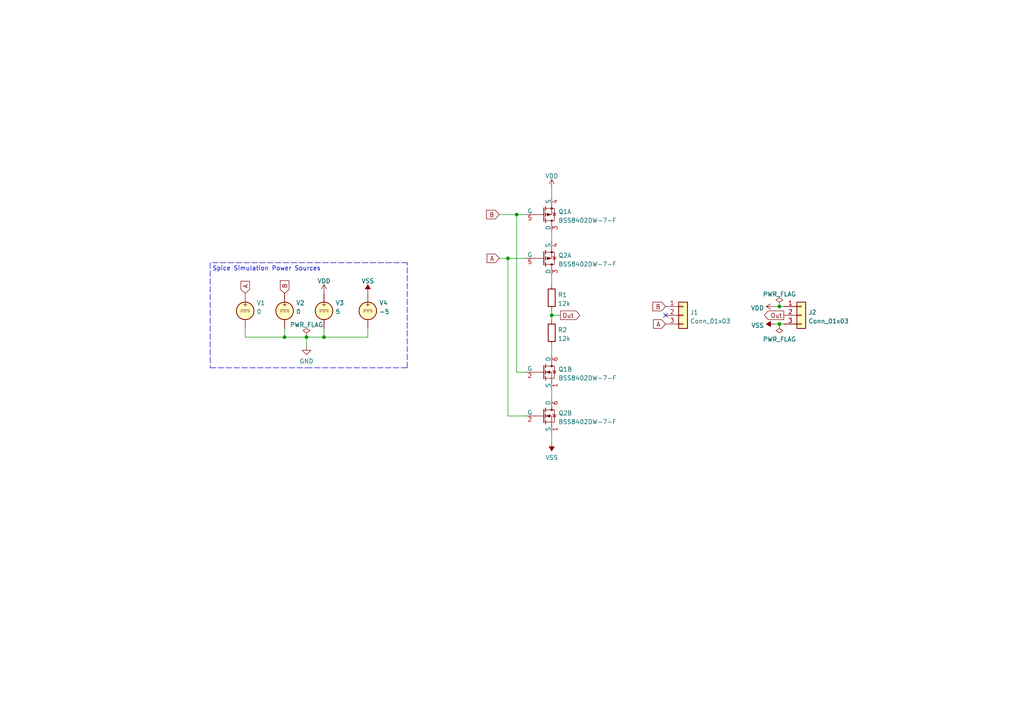
<source format=kicad_sch>
(kicad_sch (version 20211123) (generator eeschema)
  (paper "A4")
  (title_block (title "Balanced Ternary Not Any Gate") (date "2022-08-04") (rev "0"))
  (lib_symbols
    (symbol "Connector_Generic:Conn_01x03" (pin_names (offset 1.016) hide)
      (property "Reference" "J" (at 0 5.08 0))
      (property "Value" "Conn_01x03" (at 0 -5.08 0))
      (symbol "Conn_01x03_1_1"
        (rectangle (start -1.27 -2.413) (end 0 -2.667) (stroke (width 0.1524)))
        (rectangle (start -1.27 0.127) (end 0 -0.127) (stroke (width 0.1524)))
        (rectangle (start -1.27 2.667) (end 0 2.413) (stroke (width 0.1524)))
        (rectangle (start -1.27 3.81) (end 1.27 -3.81) (stroke (width 0.254)) (fill (type background)))
        (pin passive line (at -5.08 2.54 0) (length 3.81) (name "Pin_1") (number "1"))
        (pin passive line (at -5.08 0 0) (length 3.81) (name "Pin_2") (number "2"))
        (pin passive line (at -5.08 -2.54 0) (length 3.81) (name "Pin_3") (number "3"))
      )
    )
    (symbol "Device:R" (pin_numbers hide) (pin_names (offset 0))
      (property "Reference" "R" (at 2.032 0 90))
      (property "Value" "R" (at 0 0 90))
      (symbol "R_0_1"
        (rectangle (start -1.016 -2.54) (end 1.016 2.54) (stroke (width 0.254)))
      )
      (symbol "R_1_1"
        (pin passive line (at 0 3.81 270) (length 1.27) (name "~") (number "1"))
        (pin passive line (at 0 -3.81 90) (length 1.27) (name "~") (number "2"))
      )
    )
    (symbol "Simulation_SPICE:VDC" (pin_numbers hide) (pin_names (offset 0.0254))
      (property "Reference" "V" (at 2.54 2.54 0))
      (property "Value" "VDC" (at 2.54 0 0))
      (property "Spice_Model" "dc(1)" (at 2.54 -2.54 0))
      (symbol "VDC_0_0"
        (polyline (pts (xy -1.27 0.254) (xy 1.27 0.254)))
        (polyline (pts (xy -0.762 -0.254) (xy -1.27 -0.254)))
        (polyline (pts (xy 0.254 -0.254) (xy -0.254 -0.254)))
        (polyline (pts (xy 1.27 -0.254) (xy 0.762 -0.254)))
        (text "+" (at 0 1.905 0) (effects (font (size 1.27 1.27))))
      )
      (symbol "VDC_0_1"
        (circle (center 0 0) (radius 2.54) (stroke (width 0.254)) (fill (type background)))
      )
      (symbol "VDC_1_1"
        (pin passive line (at 0 5.08 270) (length 2.54) (name "~") (number "1"))
        (pin passive line (at 0 -5.08 90) (length 2.54) (name "~") (number "2"))
      )
    )
    (symbol "Tritium:BSS8402DW-7-F" (pin_names (offset 0))
      (property "Reference" "Q" (at 2.54 1.27 0))
      (property "Value" "BSS8402DW-7-F" (at 2.54 -1.27 0))
      (symbol "BSS8402DW-7-F_0_1"
        (polyline (pts (xy -2.286 -1.905) (xy -2.286 1.905)) (stroke (width 0.254)))
        (polyline (pts (xy -2.286 0) (xy -5.08 0)))
        (polyline (pts (xy -1.778 -2.286) (xy -1.778 -1.27)) (stroke (width 0.254)))
        (polyline (pts (xy -1.778 -0.508) (xy -1.778 0.508)) (stroke (width 0.254)))
        (polyline (pts (xy -1.778 1.27) (xy -1.778 2.286)) (stroke (width 0.254)))
        (polyline (pts (xy 0 2.54) (xy 0 1.778)))
        (polyline (pts (xy -1.778 -1.778) (xy 0.762 -1.778) (xy 0.762 1.778) (xy -1.778 1.778)))
        (polyline (pts (xy 0.254 0.508) (xy 0.381 0.381) (xy 1.143 0.381) (xy 1.27 0.254)))
        (polyline (pts (xy 0.762 0.381) (xy 0.381 -0.254) (xy 1.143 -0.254) (xy 0.762 0.381)))
        (circle (center 0 1.778) (radius 0.254) (fill (type outline)))
      )
      (symbol "BSS8402DW-7-F_1_1"
        (circle (center 0 -1.778) (radius 0.254) (fill (type outline)))
        (polyline (pts (xy 0 -2.54) (xy 0 -1.778)))
        (polyline (pts (xy 0 2.54) (xy 0 0) (xy -1.778 0)))
        (polyline (pts (xy -0.254 0) (xy -1.27 -0.381) (xy -1.27 0.381) (xy -0.254 0)) (fill (type outline)))
        (pin passive line (at 0 -5.08 90) (length 2.54) (name "D") (number "3"))
        (pin passive line (at 0 5.08 270) (length 2.54) (name "S") (number "4"))
        (pin input line (at -7.62 0 0) (length 2.54) (name "G") (number "5"))
      )
      (symbol "BSS8402DW-7-F_2_1"
        (polyline (pts (xy 0 -2.54) (xy 0 0) (xy -1.778 0)))
        (polyline (pts (xy -1.524 0) (xy -0.508 0.381) (xy -0.508 -0.381) (xy -1.524 0)) (fill (type outline)))
        (pin passive line (at 0 -5.08 90) (length 2.54) (name "S") (number "1"))
        (pin input line (at -7.62 0 0) (length 2.54) (name "G") (number "2"))
        (pin passive line (at 0 5.08 270) (length 2.54) (name "D") (number "6"))
      )
    )
    (symbol "power:GND" (power) (pin_names (offset 0))
      (property "Value" "GND" (at 0 -3.81 0))
      (symbol "GND_0_1"
        (polyline (pts (xy 0 0) (xy 0 -1.27) (xy 1.27 -1.27) (xy 0 -2.54) (xy -1.27 -1.27) (xy 0 -1.27)))
      )
      (symbol "GND_1_1"
        (pin power_in line (at 0 0 270) (length 0) hide (name "GND") (number "1"))
      )
    )
    (symbol "power:PWR_FLAG" (power) (pin_numbers hide) (pin_names (offset 0) hide)
      (property "Value" "PWR_FLAG" (at 0 3.81 0))
      (symbol "PWR_FLAG_0_0"
        (pin power_out line (at 0 0 90) (length 0) (name "pwr") (number "1"))
      )
      (symbol "PWR_FLAG_0_1"
        (polyline (pts (xy 0 0) (xy 0 1.27) (xy -1.016 1.905) (xy 0 2.54) (xy 1.016 1.905) (xy 0 1.27)))
      )
    )
    (symbol "power:VDD" (power) (pin_names (offset 0))
      (property "Value" "VDD" (at 0 3.81 0))
      (symbol "VDD_0_1"
        (polyline (pts (xy -0.762 1.27) (xy 0 2.54)))
        (polyline (pts (xy 0 0) (xy 0 2.54)))
        (polyline (pts (xy 0 2.54) (xy 0.762 1.27)))
      )
      (symbol "VDD_1_1"
        (pin power_in line (at 0 0 90) (length 0) hide (name "VDD") (number "1"))
      )
    )
    (symbol "power:VSS" (power) (pin_names (offset 0))
      (property "Value" "VSS" (at 0 3.81 0))
      (symbol "VSS_0_1"
        (polyline (pts (xy 0 0) (xy 0 2.54)))
        (polyline (pts (xy 0.762 1.27) (xy -0.762 1.27) (xy 0 2.54) (xy 0.762 1.27)) (fill (type outline)))
      )
      (symbol "VSS_1_1"
        (pin power_in line (at 0 0 90) (length 0) hide (name "VSS") (number "1"))
      )
    )
  )
  (junction (at 147.32 74.93))
  (junction (at 226.06 93.98))
  (junction (at 160.02 91.44))
  (junction (at 93.98 97.79))
  (junction (at 88.9 97.79))
  (junction (at 226.06 88.9))
  (junction (at 82.55 97.79))
  (junction (at 149.86 62.23))
  (no_connect (at 193.04 91.44))
  (polyline (pts (xy 88.9 106.68) (xy 118.11 106.68)))
  (wire (pts (xy 152.4 74.93) (xy 147.32 74.93)))
  (polyline (pts (xy 118.11 76.2) (xy 60.96 76.2)))
  (wire (pts (xy 71.12 97.79) (xy 82.55 97.79)))
  (wire (pts (xy 149.86 62.23) (xy 149.86 107.95)))
  (wire (pts (xy 160.02 90.17) (xy 160.02 91.44)))
  (wire (pts (xy 149.86 107.95) (xy 152.4 107.95)))
  (wire (pts (xy 88.9 97.79) (xy 88.9 100.33)))
  (polyline (pts (xy 60.96 106.68) (xy 88.9 106.68)))
  (wire (pts (xy 152.4 62.23) (xy 149.86 62.23)))
  (wire (pts (xy 144.78 62.23) (xy 149.86 62.23)))
  (wire (pts (xy 224.79 93.98) (xy 226.06 93.98)))
  (polyline (pts (xy 118.11 106.68) (xy 118.11 76.2)))
  (wire (pts (xy 226.06 93.98) (xy 227.33 93.98)))
  (wire (pts (xy 82.55 95.25) (xy 82.55 97.79)))
  (wire (pts (xy 160.02 91.44) (xy 162.56 91.44)))
  (wire (pts (xy 147.32 74.93) (xy 147.32 120.65)))
  (wire (pts (xy 88.9 97.79) (xy 93.98 97.79)))
  (wire (pts (xy 93.98 97.79) (xy 106.68 97.79)))
  (wire (pts (xy 224.79 88.9) (xy 226.06 88.9)))
  (wire (pts (xy 160.02 125.73) (xy 160.02 128.27)))
  (wire (pts (xy 106.68 97.79) (xy 106.68 95.25)))
  (wire (pts (xy 144.78 74.93) (xy 147.32 74.93)))
  (polyline (pts (xy 60.96 76.2) (xy 60.96 106.68)))
  (wire (pts (xy 82.55 97.79) (xy 88.9 97.79)))
  (wire (pts (xy 160.02 54.61) (xy 160.02 57.15)))
  (wire (pts (xy 160.02 113.03) (xy 160.02 115.57)))
  (wire (pts (xy 226.06 88.9) (xy 227.33 88.9)))
  (wire (pts (xy 160.02 91.44) (xy 160.02 92.71)))
  (wire (pts (xy 160.02 80.01) (xy 160.02 82.55)))
  (wire (pts (xy 160.02 67.31) (xy 160.02 69.85)))
  (wire (pts (xy 93.98 95.25) (xy 93.98 97.79)))
  (wire (pts (xy 71.12 95.25) (xy 71.12 97.79)))
  (wire (pts (xy 147.32 120.65) (xy 152.4 120.65)))
  (wire (pts (xy 160.02 102.87) (xy 160.02 100.33)))
  (text "Spice Simulation Power Sources" (at 61.595 78.74 0) (effects (font (size 1.27 1.27)) (justify left bottom)))
  (global_label "B" (shape input) (at 82.55 85.09 90) (property "Intersheet References" "${INTERSHEET_REFS}" (effects hide)))
  (global_label "B" (shape input) (at 144.78 62.23 180) (property "Intersheet References" "${INTERSHEET_REFS}" (effects hide)))
  (global_label "A" (shape input) (at 71.12 85.09 90) (property "Intersheet References" "${INTERSHEET_REFS}" (effects hide)))
  (global_label "A" (shape input) (at 144.78 74.93 180) (property "Intersheet References" "${INTERSHEET_REFS}" (effects hide)))
  (global_label "B" (shape input) (at 193.04 88.9 180) (property "Intersheet References" "${INTERSHEET_REFS}" (effects hide)))
  (global_label "Out" (shape output) (at 227.33 91.44 180) (property "Intersheet References" "${INTERSHEET_REFS}" (effects hide)))
  (global_label "A" (shape input) (at 193.04 93.98 180) (property "Intersheet References" "${INTERSHEET_REFS}" (effects hide)))
  (global_label "Out" (shape output) (at 162.56 91.44 0) (property "Intersheet References" "${INTERSHEET_REFS}" (effects hide)))
  (symbol (lib_id "Tritium:BSS8402DW-7-F") (at 160.02 62.23 0) (unit 1)
    (property "Reference" "Q1" (at 161.925 61.3953 0) (effects (justify left)))
    (property "Value" "BSS8402DW-7-F" (at 161.925 63.9322 0) (effects (justify left)))
    (property "Footprint" "Package_TO_SOT_SMD:SOT-363_SC-70-6_Handsoldering" (effects hide))
    (property "Datasheet" "https://www.diodes.com/assets/Datasheets/ds30380.pdf" (effects hide))
    (property "Spice_Primitive" "X" (effects hide))
    (property "Spice_Model" "BSS8402DW" (effects hide))
    (property "Spice_Netlist_Enabled" "Y" (effects hide))
    (property "Spice_Lib_File" "/lab/dev/tritium/library/TritiumSpice.lib" (effects hide))
  )
  (symbol (lib_id "Simulation_SPICE:VDC") (at 106.68 90.17 0) (unit 1)
    (property "Reference" "V4" (at 109.982 87.8771 0) (effects (justify left)))
    (property "Value" "VDC" (at 109.982 90.414 0) (effects (justify left)))
    (property "Spice_Netlist_Enabled" "Y" (effects hide))
    (property "Spice_Primitive" "V" (effects hide))
    (property "Spice_Model" "dc(-5)" (at 109.982 92.9509 0) (effects (justify left)))
  )
  (symbol (lib_id "Tritium:BSS8402DW-7-F") (at 160.02 107.95 0) (unit 2)
    (property "Reference" "Q1" (at 161.925 107.1153 0) (effects (justify left)))
    (property "Value" "BSS8402DW-7-F" (at 161.925 109.6522 0) (effects (justify left)))
    (property "Footprint" "Package_TO_SOT_SMD:SOT-363_SC-70-6_Handsoldering" (effects hide))
    (property "Datasheet" "https://www.diodes.com/assets/Datasheets/ds30380.pdf" (effects hide))
    (property "Spice_Primitive" "X" (effects hide))
    (property "Spice_Model" "BSS8402DW" (effects hide))
    (property "Spice_Netlist_Enabled" "Y" (effects hide))
    (property "Spice_Lib_File" "/lab/dev/tritium/library/TritiumSpice.lib" (effects hide))
  )
  (symbol (lib_id "Connector_Generic:Conn_01x03") (at 232.41 91.44 0) (unit 1)
    (property "Reference" "J2" (at 234.442 90.6053 0) (effects (justify left)))
    (property "Value" "Conn_01x03" (at 234.442 93.1422 0) (effects (justify left)))
    (property "Footprint" "Tritium:PinHeader_1x03_P2.54mm_Vertical_NoSilkscreen" (effects hide))
    (property "Spice_Primitive" "J" (effects hide))
    (property "Spice_Model" "Conn_01x03" (effects hide))
    (property "Spice_Netlist_Enabled" "N" (effects hide))
  )
  (symbol (lib_id "Device:R") (at 160.02 96.52 0) (unit 1)
    (property "Reference" "R2" (at 161.798 95.6853 0) (effects (justify left)))
    (property "Value" "12k" (at 161.798 98.2222 0) (effects (justify left)))
    (property "Footprint" "Resistor_SMD:R_0603_1608Metric_Pad0.98x0.95mm_HandSolder" (effects hide))
  )
  (symbol (lib_id "power:PWR_FLAG") (at 226.06 88.9 0) (unit 1)
    (property "Reference" "#FLG01" (effects hide))
    (property "Value" "PWR_FLAG" (at 226.06 85.3242 0))
  )
  (symbol (lib_id "power:VDD") (at 160.02 54.61 0) (unit 1)
    (property "Reference" "#PWR04" (effects hide))
    (property "Value" "VDD" (at 160.02 51.0342 0))
  )
  (symbol (lib_id "Simulation_SPICE:VDC") (at 71.12 90.17 0) (unit 1)
    (property "Reference" "V1" (at 74.422 87.8771 0) (effects (justify left)))
    (property "Value" "VDC" (at 74.422 90.414 0) (effects (justify left)))
    (property "Spice_Netlist_Enabled" "Y" (effects hide))
    (property "Spice_Primitive" "V" (effects hide))
    (property "Spice_Model" "dc(0)" (at 74.422 92.9509 0) (effects (justify left)))
  )
  (symbol (lib_id "power:VDD") (at 93.98 85.09 0) (unit 1)
    (property "Reference" "#PWR02" (effects hide))
    (property "Value" "VDD" (at 93.98 81.5142 0))
  )
  (symbol (lib_id "Tritium:BSS8402DW-7-F") (at 160.02 120.65 0) (unit 2)
    (property "Reference" "Q2" (at 161.925 119.8153 0) (effects (justify left)))
    (property "Value" "BSS8402DW-7-F" (at 161.925 122.3522 0) (effects (justify left)))
    (property "Footprint" "Package_TO_SOT_SMD:SOT-363_SC-70-6_Handsoldering" (effects hide))
    (property "Datasheet" "https://www.diodes.com/assets/Datasheets/ds30380.pdf" (effects hide))
    (property "Spice_Primitive" "X" (effects hide))
    (property "Spice_Model" "BSS8402DW" (effects hide))
    (property "Spice_Netlist_Enabled" "Y" (effects hide))
    (property "Spice_Lib_File" "/lab/dev/tritium/library/TritiumSpice.lib" (effects hide))
  )
  (symbol (lib_id "Tritium:BSS8402DW-7-F") (at 160.02 74.93 0) (unit 1)
    (property "Reference" "Q2" (at 161.925 74.0953 0) (effects (justify left)))
    (property "Value" "BSS8402DW-7-F" (at 161.925 76.6322 0) (effects (justify left)))
    (property "Footprint" "Package_TO_SOT_SMD:SOT-363_SC-70-6_Handsoldering" (effects hide))
    (property "Datasheet" "https://www.diodes.com/assets/Datasheets/ds30380.pdf" (effects hide))
    (property "Spice_Primitive" "X" (effects hide))
    (property "Spice_Model" "BSS8402DW" (effects hide))
    (property "Spice_Netlist_Enabled" "Y" (effects hide))
    (property "Spice_Lib_File" "/lab/dev/tritium/library/TritiumSpice.lib" (effects hide))
  )
  (symbol (lib_id "Connector_Generic:Conn_01x03") (at 198.12 91.44 0) (unit 1)
    (property "Reference" "J1" (at 200.152 90.6053 0) (effects (justify left)))
    (property "Value" "Conn_01x03" (at 200.152 93.1422 0) (effects (justify left)))
    (property "Footprint" "Tritium:PinHeader_1x03_P2.54mm_Vertical_NoSilkscreen" (effects hide))
    (property "Spice_Primitive" "J" (effects hide))
    (property "Spice_Model" "Conn_01x03" (effects hide))
    (property "Spice_Netlist_Enabled" "N" (effects hide))
  )
  (symbol (lib_id "power:GND") (at 88.9 100.33 0) (unit 1)
    (property "Reference" "#PWR01" (effects hide))
    (property "Value" "GND" (at 88.9 104.7734 0))
  )
  (symbol (lib_id "power:PWR_FLAG") (at 88.9 97.79 0) (unit 1)
    (property "Reference" "#FLG0101" (effects hide))
    (property "Value" "PWR_FLAG" (at 88.9 94.2142 0))
  )
  (symbol (lib_id "Simulation_SPICE:VDC") (at 93.98 90.17 0) (unit 1)
    (property "Reference" "V3" (at 97.282 87.8771 0) (effects (justify left)))
    (property "Value" "VDC" (at 97.282 90.414 0) (effects (justify left)))
    (property "Spice_Netlist_Enabled" "Y" (effects hide))
    (property "Spice_Primitive" "V" (effects hide))
    (property "Spice_Model" "dc(5)" (at 97.282 92.9509 0) (effects (justify left)))
  )
  (symbol (lib_id "power:VSS") (at 224.79 93.98 90) (unit 1)
    (property "Reference" "#PWR07" (effects hide))
    (property "Value" "VSS" (at 221.615 94.4138 90) (effects (justify left)))
  )
  (symbol (lib_id "Simulation_SPICE:VDC") (at 82.55 90.17 0) (unit 1)
    (property "Reference" "V2" (at 85.852 87.8771 0) (effects (justify left)))
    (property "Value" "VDC" (at 85.852 90.414 0) (effects (justify left)))
    (property "Spice_Netlist_Enabled" "Y" (effects hide))
    (property "Spice_Primitive" "V" (effects hide))
    (property "Spice_Model" "dc(0)" (at 85.852 92.9509 0) (effects (justify left)))
  )
  (symbol (lib_id "power:VDD") (at 224.79 88.9 90) (unit 1)
    (property "Reference" "#PWR06" (effects hide))
    (property "Value" "VDD" (at 221.615 89.3338 90) (effects (justify left)))
  )
  (symbol (lib_id "power:VSS") (at 106.68 85.09 0) (unit 1)
    (property "Reference" "#PWR03" (effects hide))
    (property "Value" "VSS" (at 106.68 81.5142 0))
  )
  (symbol (lib_id "power:PWR_FLAG") (at 226.06 93.98 180) (unit 1)
    (property "Reference" "#FLG02" (effects hide))
    (property "Value" "PWR_FLAG" (at 226.06 98.4234 0))
  )
  (symbol (lib_id "power:VSS") (at 160.02 128.27 180) (unit 1)
    (property "Reference" "#PWR05" (effects hide))
    (property "Value" "VSS" (at 160.02 132.7134 0))
  )
  (symbol (lib_id "Device:R") (at 160.02 86.36 0) (unit 1)
    (property "Reference" "R1" (at 161.798 85.5253 0) (effects (justify left)))
    (property "Value" "12k" (at 161.798 88.0622 0) (effects (justify left)))
    (property "Footprint" "Resistor_SMD:R_0603_1608Metric_Pad0.98x0.95mm_HandSolder" (effects hide))
  )
)
</source>
